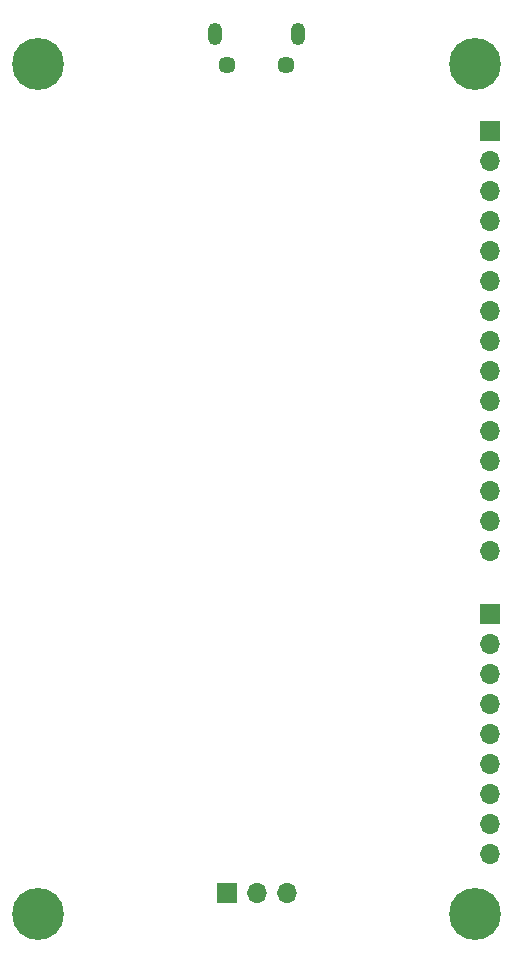
<source format=gbr>
%TF.GenerationSoftware,KiCad,Pcbnew,(6.0.9)*%
%TF.CreationDate,2022-12-01T17:51:06-05:00*%
%TF.ProjectId,cdh-devkit,6364682d-6465-4766-9b69-742e6b696361,rev?*%
%TF.SameCoordinates,Original*%
%TF.FileFunction,Soldermask,Bot*%
%TF.FilePolarity,Negative*%
%FSLAX46Y46*%
G04 Gerber Fmt 4.6, Leading zero omitted, Abs format (unit mm)*
G04 Created by KiCad (PCBNEW (6.0.9)) date 2022-12-01 17:51:06*
%MOMM*%
%LPD*%
G01*
G04 APERTURE LIST*
%ADD10C,1.450000*%
%ADD11O,1.200000X1.900000*%
%ADD12C,4.400000*%
%ADD13R,1.700000X1.700000*%
%ADD14O,1.700000X1.700000*%
G04 APERTURE END LIST*
D10*
%TO.C,J4*%
X35000000Y-19152500D03*
D11*
X41000000Y-16452500D03*
D10*
X40000000Y-19152500D03*
D11*
X34000000Y-16452500D03*
%TD*%
D12*
%TO.C,H1*%
X19000000Y-19000000D03*
%TD*%
D13*
%TO.C,J3*%
X57280262Y-65560000D03*
D14*
X57280262Y-68100000D03*
X57280262Y-70640000D03*
X57280262Y-73180000D03*
X57280262Y-75720000D03*
X57280262Y-78260000D03*
X57280262Y-80800000D03*
X57280262Y-83340000D03*
X57280262Y-85880000D03*
%TD*%
D12*
%TO.C,H2*%
X56000000Y-91000000D03*
%TD*%
%TO.C,H4*%
X19000000Y-91000000D03*
%TD*%
D13*
%TO.C,J1*%
X34975000Y-89250000D03*
D14*
X37515000Y-89250000D03*
X40055000Y-89250000D03*
%TD*%
D13*
%TO.C,J2*%
X57280262Y-24680000D03*
D14*
X57280262Y-27220000D03*
X57280262Y-29760000D03*
X57280262Y-32300000D03*
X57280262Y-34840000D03*
X57280262Y-37380000D03*
X57280262Y-39920000D03*
X57280262Y-42460000D03*
X57280262Y-45000000D03*
X57280262Y-47540000D03*
X57280262Y-50080000D03*
X57280262Y-52620000D03*
X57280262Y-55160000D03*
X57280262Y-57700000D03*
X57280262Y-60240000D03*
%TD*%
D12*
%TO.C,H3*%
X56000000Y-19000000D03*
%TD*%
M02*

</source>
